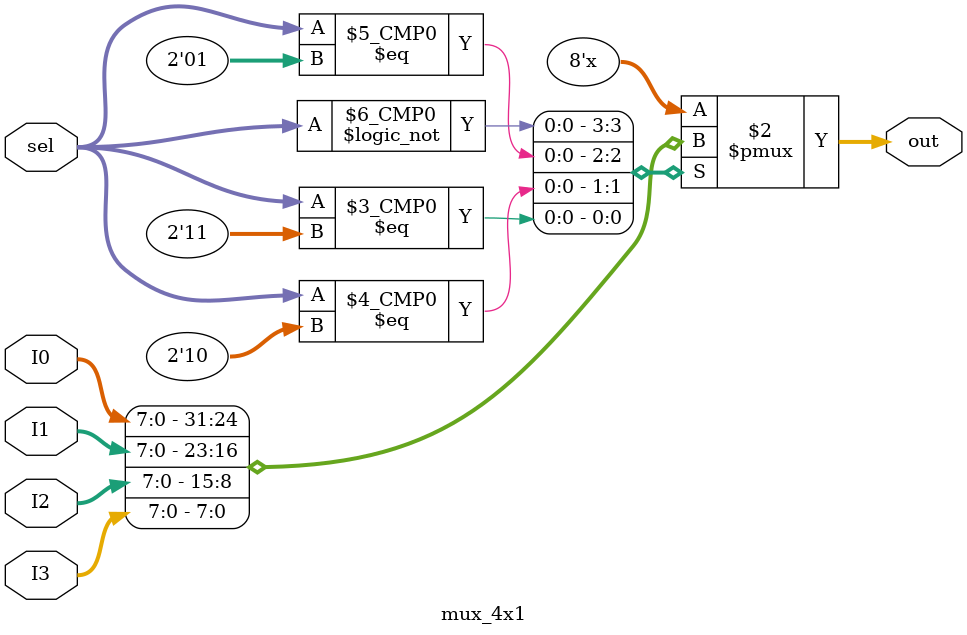
<source format=v>
module mux_4x1(
	input [7:0]I0,
	input [7:0]I1,
	input [7:0]I2,
	input [7:0]I3,
	input [1:0]sel,
	output reg [7:0]out
	);
	
	always @(*)
		begin
			case (sel)
				2'b00 : out = I0;
				2'b01 : out = I1;
				2'b10 : out = I2;
				2'b11 : out = I3;
			endcase	
			
		end
		
endmodule
</source>
